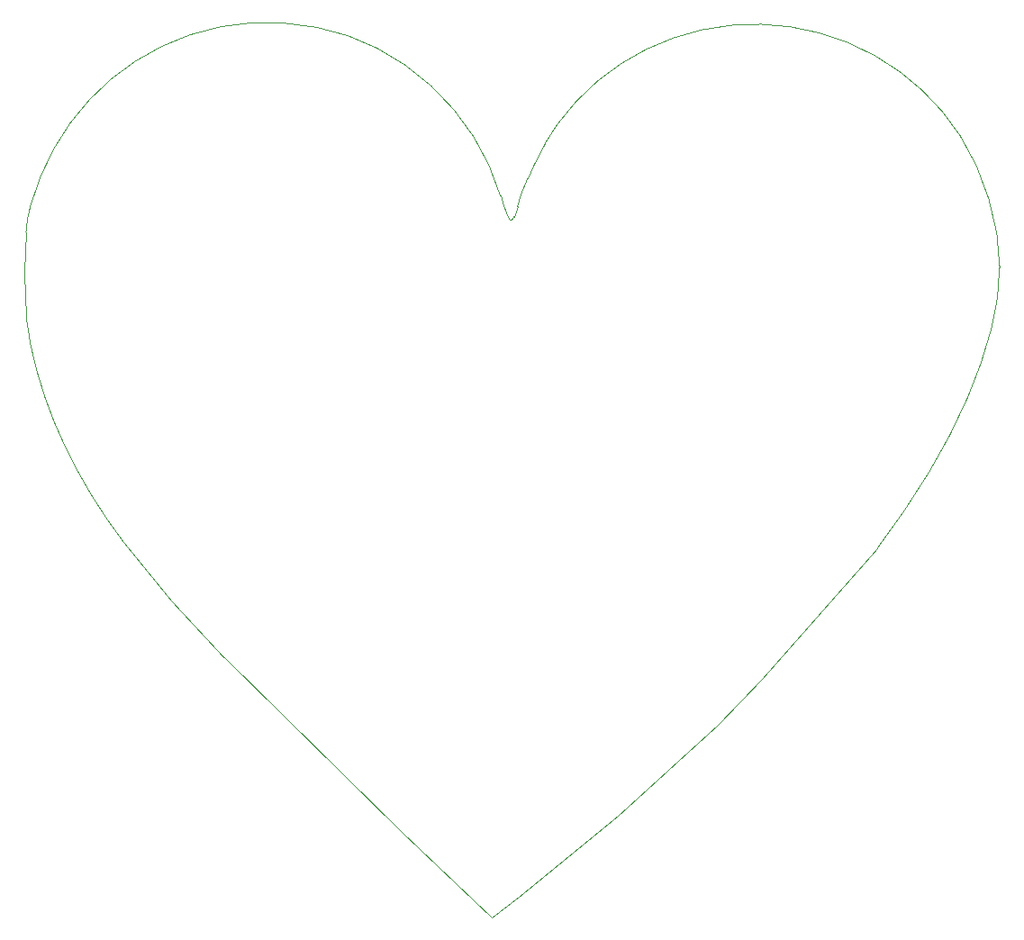
<source format=gbr>
%TF.GenerationSoftware,KiCad,Pcbnew,9.0.6*%
%TF.CreationDate,2026-02-17T17:24:45+05:30*%
%TF.ProjectId,blinky,626c696e-6b79-42e6-9b69-6361645f7063,rev?*%
%TF.SameCoordinates,Original*%
%TF.FileFunction,Profile,NP*%
%FSLAX46Y46*%
G04 Gerber Fmt 4.6, Leading zero omitted, Abs format (unit mm)*
G04 Created by KiCad (PCBNEW 9.0.6) date 2026-02-17 17:24:45*
%MOMM*%
%LPD*%
G01*
G04 APERTURE LIST*
%TA.AperFunction,Profile*%
%ADD10C,0.060000*%
%TD*%
%TA.AperFunction,Profile*%
%ADD11C,0.050000*%
%TD*%
G04 APERTURE END LIST*
D10*
X154870093Y-81181304D02*
X155416929Y-79945527D01*
X131911836Y-66547122D02*
G75*
G02*
X135034901Y-66957613I-2057036J-27735778D01*
G01*
X176822668Y-66665605D02*
G75*
G02*
X187485956Y-69598218I-631768J-23149895D01*
G01*
X199234901Y-89535000D02*
G75*
G02*
X198495382Y-95205812I-23227301J145400D01*
G01*
X126331838Y-126221807D02*
G75*
G02*
X116904115Y-115377485I80152062J79202007D01*
G01*
X140723976Y-68916860D02*
G75*
G02*
X145797933Y-72455540I-10686176J-20729440D01*
G01*
X163362967Y-141133357D02*
X154001845Y-148751872D01*
X123142856Y-67657073D02*
G75*
G02*
X126019913Y-66894168I7329244J-21833527D01*
G01*
X116904118Y-115377483D02*
G75*
G02*
X111388410Y-106372158I41115582J31374883D01*
G01*
X151518790Y-150641728D02*
X143051845Y-142607014D01*
X153916607Y-83800862D02*
G75*
G02*
X154870083Y-81181299I13221893J-3329238D01*
G01*
X153396358Y-85081663D02*
G75*
G02*
X153259199Y-85127228I-98958J68663D01*
G01*
X111388405Y-106372160D02*
G75*
G02*
X108163046Y-96886728I37880395J18171660D01*
G01*
X157650417Y-76100417D02*
G75*
G02*
X166035803Y-69014455I18332583J-13189883D01*
G01*
X143051845Y-142607014D02*
X126331838Y-126221807D01*
X192629598Y-108754924D02*
G75*
G02*
X187742625Y-115952499I-72854498J44208524D01*
G01*
X153259188Y-85127262D02*
G75*
G02*
X153113814Y-84995889I77212J231562D01*
G01*
X154001845Y-148751872D02*
X151518790Y-150641728D01*
X110341787Y-78353793D02*
G75*
G02*
X113700382Y-73734366I20432413J-11324907D01*
G01*
D11*
X199237600Y-89535000D02*
X199234900Y-89389593D01*
D10*
X108163049Y-96886727D02*
G75*
G02*
X107677726Y-92277510I21978151J4644327D01*
G01*
X149788040Y-77226076D02*
G75*
G02*
X152304591Y-82789827I-18548740J-11740824D01*
G01*
X107677733Y-92277510D02*
X107593733Y-89968262D01*
X107714751Y-86226493D02*
G75*
G02*
X108142527Y-83719857I12362949J-820007D01*
G01*
X196247284Y-101752542D02*
G75*
G02*
X192629594Y-108754922I-52809884J22847842D01*
G01*
X155416929Y-79945527D02*
X156526016Y-77846332D01*
X113700384Y-73734368D02*
G75*
G02*
X118044508Y-70106709I16745216J-15637532D01*
G01*
X195525913Y-77134076D02*
G75*
G02*
X197046049Y-79928616I-17591713J-11380024D01*
G01*
X197046041Y-79928620D02*
G75*
G02*
X198225958Y-83082077I-23948741J-10758280D01*
G01*
X172731009Y-132519722D02*
X163362967Y-141133357D01*
X118044504Y-70106703D02*
G75*
G02*
X123142857Y-67657076I12373196J-19221697D01*
G01*
X156526016Y-77846332D02*
G75*
G02*
X157650417Y-76100417I17492984J-10030768D01*
G01*
X152577737Y-83654766D02*
X152855718Y-84399708D01*
X128924756Y-66524302D02*
G75*
G02*
X131911836Y-66547120I1321944J-22474498D01*
G01*
X108142521Y-83719855D02*
G75*
G02*
X110341786Y-78353792I23900279J-6661745D01*
G01*
X166035804Y-69014456D02*
G75*
G02*
X176822668Y-66665601I10157696J-20704944D01*
G01*
X145797934Y-72455539D02*
G75*
G02*
X149788040Y-77226076I-15937134J-17383861D01*
G01*
X187742626Y-115952500D02*
X176884091Y-128244853D01*
X152855718Y-84399708D02*
X153113819Y-84995887D01*
X198494938Y-95205696D02*
G75*
G02*
X196247284Y-101752542I-43214238J11176996D01*
G01*
X135034900Y-66957617D02*
G75*
G02*
X140723974Y-68916863I-3896800J-20554483D01*
G01*
D11*
X172731009Y-132519722D02*
X176884089Y-128244853D01*
D10*
X187485956Y-69598219D02*
G75*
G02*
X195525916Y-77134074I-11143056J-19945281D01*
G01*
X152304580Y-82789830D02*
X152577737Y-83654766D01*
X153575389Y-84778657D02*
G75*
G02*
X153396361Y-85081665I-2146189J1063657D01*
G01*
X126019912Y-66894165D02*
G75*
G02*
X128924756Y-66524298I4172088J-21174635D01*
G01*
X198225957Y-83082077D02*
G75*
G02*
X198982496Y-86325811I-24640957J-7457123D01*
G01*
X107593733Y-89968262D02*
X107714751Y-86226493D01*
X198982496Y-86325811D02*
G75*
G02*
X199234896Y-89389593I-18467696J-3063689D01*
G01*
D11*
X153575389Y-84778655D02*
X153916607Y-83800863D01*
M02*

</source>
